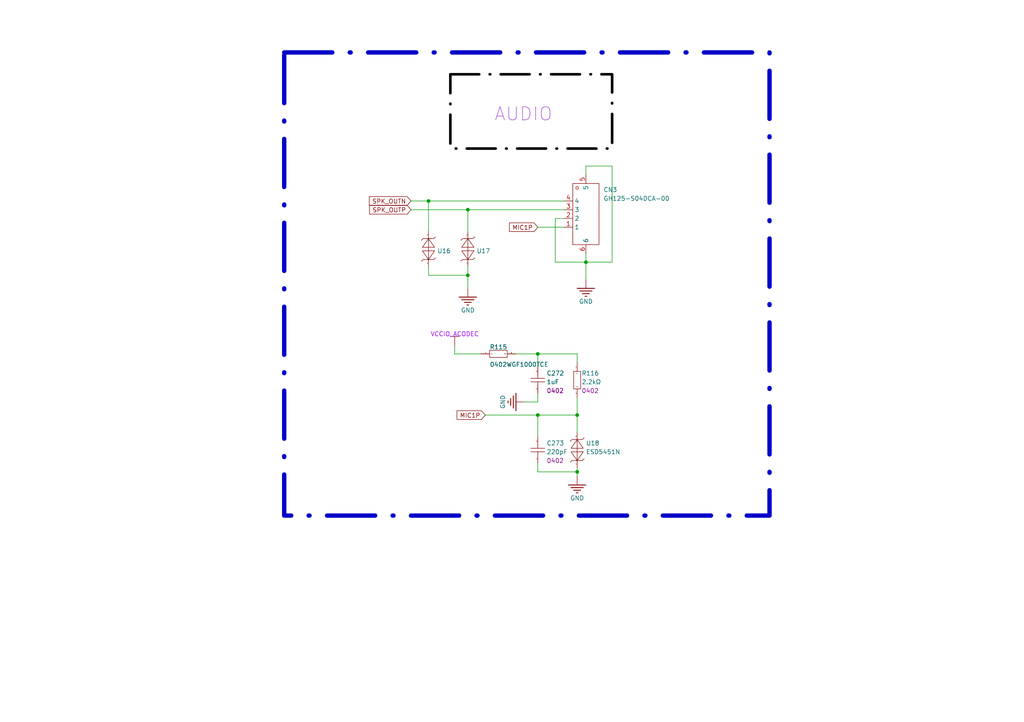
<source format=kicad_sch>
(kicad_sch (version 20250114) (generator "eeschema") (generator_version "9.0")
  (paper "User" 297.434 209.804)
  (lib_symbols
    (symbol "LCSC Taish-easyedapro:0402B221K500NT"
      (property "Reference" "C" (at 0 0 0))
      (symbol "0402B221K500NT_1_0"
        (polyline (pts (xy -1.27 0) (xy -0.508 0)))
        (polyline (pts (xy -0.508 2.032) (xy -0.508 -2.032)))
        (polyline (pts (xy 0.508 2.032) (xy 0.508 -2.032)))
        (polyline (pts (xy 0.508 0) (xy 1.27 0)))
        (pin input line (at -3.81 0 0) (length 2.54) (name "1") (number "1"))
        (pin input line (at 3.81 0 180) (length 2.54) (name "2") (number "2"))
      )
    )
    (symbol "LCSC Taish-easyedapro:0402WGF1000TCE"
      (property "Reference" "R" (at 0 0 0))
      (symbol "0402WGF1000TCE_1_0"
        (rectangle (start -2.54 -1.016) (end 2.54 1.016))
        (pin input line (at -5.08 0 0) (length 2.54) (name "1") (number "1"))
        (pin input line (at 5.08 0 180) (length 2.54) (name "2") (number "2"))
      )
    )
    (symbol "LCSC Taish-easyedapro:0402WGF2201TCE"
      (property "Reference" "R" (at 0 0 0))
      (symbol "0402WGF2201TCE_1_0"
        (rectangle (start -2.54 -1.016) (end 2.54 1.016))
        (pin input line (at -5.08 0 0) (length 2.54) (name "1") (number "1"))
        (pin input line (at 5.08 0 180) (length 2.54) (name "2") (number "2"))
      )
    )
    (symbol "LCSC Taish-easyedapro:CL05A105KP5NNNC"
      (property "Reference" "C" (at 0 0 0))
      (symbol "CL05A105KP5NNNC_1_0"
        (polyline (pts (xy -1.27 0) (xy -0.508 0)))
        (polyline (pts (xy -0.508 2.032) (xy -0.508 -2.032)))
        (polyline (pts (xy 0.508 2.032) (xy 0.508 -2.032)))
        (polyline (pts (xy 0.508 0) (xy 1.27 0)))
        (pin input line (at -3.81 0 0) (length 2.54) (name "1") (number "1"))
        (pin input line (at 3.81 0 180) (length 2.54) (name "2") (number "2"))
      )
    )
    (symbol "LCSC Taish-easyedapro:ESD5451N"
      (property "Reference" "U" (at 0 0 0))
      (symbol "ESD5451N_1_0"
        (polyline (pts (xy -3.556 2.032) (xy -3.048 1.524) (xy -3.048 1.524) (xy -3.048 -1.524) (xy -3.048 -1.524) (xy -2.54 -2.032)))
        (polyline (pts (xy -3.302 0) (xy 3.302 0)))
        (polyline (pts (xy -0.508 -1.778) (xy -3.048 0) (xy -3.048 0) (xy -0.508 1.778) (xy -0.508 1.778) (xy -0.508 -1.778)))
        (polyline (pts (xy 0.508 1.778) (xy 3.048 0) (xy 3.048 0) (xy 0.508 -1.778) (xy 0.508 -1.778) (xy 0.508 1.778)))
        (polyline (pts (xy 2.54 2.032) (xy 3.048 1.524) (xy 3.048 1.524) (xy 3.048 -1.524) (xy 3.048 -1.524) (xy 3.556 -2.032)))
        (pin input line (at -5.08 0 0) (length 2.032) (name "1") (number "1"))
        (pin input line (at 5.08 0 180) (length 2.032) (name "2") (number "2"))
      )
    )
    (symbol "LCSC Taish-easyedapro:GH125-S04DCA-00"
      (property "Reference" "CN" (at 0 0 0))
      (symbol "GH125-S04DCA-00_1_0"
        (rectangle (start -8.89 -5.08) (end 8.89 2.54))
        (circle (center 7.62 1.27) (radius 0.381))
        (pin input line (at -11.43 -1.27 0) (length 2.54) (name "6") (number "6"))
        (pin input line (at -3.81 5.08 270) (length 2.54) (name "1") (number "1"))
        (pin input line (at -1.27 5.08 270) (length 2.54) (name "2") (number "2"))
        (pin input line (at 1.27 5.08 270) (length 2.54) (name "3") (number "3"))
        (pin input line (at 3.81 5.08 270) (length 2.54) (name "4") (number "4"))
        (pin input line (at 11.43 -1.27 180) (length 2.54) (name "5") (number "5"))
      )
    )
    (symbol "LCSC Taish-easyedapro:Ground-GND" (power) (pin_numbers (hide yes)) (pin_names (hide yes))
      (symbol "Ground-GND_1_0"
        (polyline (pts (xy -2.54 -2.54) (xy 2.54 -2.54)) (stroke (width 0.254)))
        (polyline (pts (xy -1.778 -3.302) (xy 1.778 -3.302)) (stroke (width 0.254)))
        (polyline (pts (xy -1.016 -4.064) (xy 1.016 -4.064)) (stroke (width 0.254)))
        (polyline (pts (xy -0.254 -4.826) (xy 0.254 -4.826)) (stroke (width 0.254)))
        (pin power_in line (at 0 0 270) (length 2.54) (name "GND") (number "1"))
      )
    )
    (symbol "LCSC Taish-easyedapro:Power-VCC" (power) (pin_numbers (hide yes)) (pin_names (hide yes))
      (symbol "Power-VCC_1_0"
        (polyline (pts (xy -1.27 2.54) (xy 1.27 2.54)))
        (polyline (pts (xy 0 2.54) (xy 0 1.27)))
        (pin power_in line (at 0 0 90) (length 1.27) (name "VCCIO_ACODEC") (number "1"))
      )
    )
  )
  (rectangle (start 130.81 21.59) (end 177.8 43.18) (stroke (width 0.762) (type dash_dot) (color 0 0 0 1)))
  (rectangle (start 82.55 15.24) (end 223.52 149.86) (stroke (width 1.27) (type dash_dot)))
  (text "AUDIO" (at 143.51 35.56 0) (effects (font (size 3.81 3.81)) (justify left bottom)))
  (junction (at 135.89 80.01))
  (junction (at 156.21 102.87))
  (junction (at 170.18 76.2))
  (junction (at 167.64 120.65))
  (junction (at 135.89 60.96))
  (junction (at 124.46 58.42))
  (junction (at 167.64 137.16))
  (junction (at 156.21 120.65))
  (wire (pts (xy 156.21 116.84) (xy 156.21 114.3)))
  (wire (pts (xy 170.18 48.26) (xy 177.8 48.26)))
  (wire (pts (xy 161.29 76.2) (xy 170.18 76.2)))
  (wire (pts (xy 163.83 58.42) (xy 124.46 58.42)))
  (wire (pts (xy 170.18 76.2) (xy 170.18 73.66)))
  (wire (pts (xy 156.21 127) (xy 156.21 120.65)))
  (wire (pts (xy 170.18 81.28) (xy 170.18 76.2)))
  (wire (pts (xy 124.46 77.47) (xy 124.46 80.01)))
  (wire (pts (xy 156.21 120.65) (xy 167.64 120.65)))
  (wire (pts (xy 124.46 58.42) (xy 124.46 67.31)))
  (wire (pts (xy 163.83 63.5) (xy 161.29 63.5)))
  (wire (pts (xy 156.21 137.16) (xy 156.21 134.62)))
  (wire (pts (xy 135.89 67.31) (xy 135.89 60.96)))
  (wire (pts (xy 167.64 138.43) (xy 167.64 137.16)))
  (wire (pts (xy 132.08 102.87) (xy 132.08 100.33)))
  (wire (pts (xy 135.89 80.01) (xy 124.46 80.01)))
  (wire (pts (xy 167.64 125.73) (xy 167.64 120.65)))
  (wire (pts (xy 167.64 102.87) (xy 167.64 105.41)))
  (wire (pts (xy 156.21 102.87) (xy 156.21 106.68)))
  (wire (pts (xy 149.86 102.87) (xy 156.21 102.87)))
  (wire (pts (xy 139.7 102.87) (xy 132.08 102.87)))
  (wire (pts (xy 119.38 58.42) (xy 124.46 58.42)))
  (wire (pts (xy 140.97 120.65) (xy 156.21 120.65)))
  (wire (pts (xy 161.29 63.5) (xy 161.29 76.2)))
  (wire (pts (xy 119.38 60.96) (xy 135.89 60.96)))
  (wire (pts (xy 170.18 50.8) (xy 170.18 48.26)))
  (wire (pts (xy 177.8 76.2) (xy 170.18 76.2)))
  (wire (pts (xy 167.64 102.87) (xy 156.21 102.87)))
  (wire (pts (xy 156.21 116.84) (xy 152.4 116.84)))
  (wire (pts (xy 177.8 48.26) (xy 177.8 76.2)))
  (wire (pts (xy 135.89 60.96) (xy 163.83 60.96)))
  (wire (pts (xy 156.21 66.04) (xy 163.83 66.04)))
  (wire (pts (xy 167.64 137.16) (xy 156.21 137.16)))
  (wire (pts (xy 135.89 80.01) (xy 135.89 83.82)))
  (wire (pts (xy 167.64 120.65) (xy 167.64 115.57)))
  (wire (pts (xy 135.89 77.47) (xy 135.89 80.01)))
  (wire (pts (xy 167.64 137.16) (xy 167.64 135.89)))
  (global_label "SPK_OUTP" (shape input) (at 119.38 60.96 180) (property "Intersheetrefs" "${INTERSHEET_REFS}" (effects (hide yes))))
  (global_label "MIC1P" (shape input) (at 156.21 66.04 180) (property "Intersheetrefs" "${INTERSHEET_REFS}" (effects (hide yes))))
  (global_label "MIC1P" (shape input) (at 140.97 120.65 180) (property "Intersheetrefs" "${INTERSHEET_REFS}" (effects (hide yes))))
  (global_label "SPK_OUTN" (shape input) (at 119.38 58.42 180) (property "Intersheetrefs" "${INTERSHEET_REFS}" (effects (hide yes))))
  (symbol (lib_id "LCSC Taish-easyedapro:0402WGF2201TCE") (at 167.64 110.49 90) (unit 1)
    (property "Reference" "R116" (at 168.91 109.22 90) (effects (justify right top)))
    (property "Value" "2.2kΩ" (at 168.91 111.76 90) (effects (justify right top)))
    (property "Footprint" "LCSC Taish-easyedapro:R0402" (effects (hide yes)))
    (property "Datasheet" "https://atta.szlcsc.com/upload/public/pdf/source/20200306/C422600_1E6D84923E4A46A82E41ADD87F860B5C.pdf" (effects (hide yes)))
    (property "Description" "电阻类型:厚膜电阻;阻值:2.2kΩ;精度:±1%;功率:62.5mW;" (effects (hide yes)))
    (property "Manufacturer Part" "0402WGF2201TCE" (effects (hide yes)))
    (property "Manufacturer" "UNI-ROYAL(厚声)" (effects (hide yes)))
    (property "Supplier Part" "C25879" (effects (hide yes)))
    (property "Supplier" "LCSC" (effects (hide yes)))
    (property "LCSC Part Name" "2.2kΩ ±1% 62.5mW" (effects (hide yes)))
    (property "Supplier Footprint" "0402" (at 168.91 114.3 90) (effects (justify right top)))
  )
  (symbol (lib_id "LCSC Taish-easyedapro:0402B221K500NT") (at 156.21 130.81 90) (unit 1)
    (property "Reference" "C273" (at 158.75 129.54 90) (effects (justify right top)))
    (property "Value" "220pF" (at 158.75 132.08 90) (effects (justify right top)))
    (property "Footprint" "Capacitor_SMD:C_0402_1005Metric" (effects (hide yes)))
    (property "Datasheet" "https://atta.szlcsc.com/upload/public/pdf/source/20170923/C1530_1506149257934988337.pdf" (effects (hide yes)))
    (property "Description" "容值:220pF;精度:±10%;额定电压:50V;材质(温度系数):X7R;" (effects (hide yes)))
    (property "Manufacturer Part" "0402B221K500NT" (effects (hide yes)))
    (property "Manufacturer" "FH(风华)" (effects (hide yes)))
    (property "Supplier Part" "C1530" (effects (hide yes)))
    (property "Supplier" "LCSC" (effects (hide yes)))
    (property "LCSC Part Name" "220pF ±10% 50V" (effects (hide yes)))
    (property "Supplier Footprint" "0402" (at 158.75 134.62 90) (effects (justify right top)))
  )
  (symbol (lib_id "LCSC Taish-easyedapro:Ground-GND") (at 167.64 138.43 0) (unit 1)
    (property "Reference" "#PWR0495" (effects (hide yes)))
    (property "Value" "GND" (at 167.64 144.78 0))
    (property "Footprint" "LCSC Taish-easyedapro:" (effects (hide yes)))
  )
  (symbol (lib_id "LCSC Taish-easyedapro:Ground-GND") (at 170.18 81.28 0) (unit 1)
    (property "Reference" "#PWR0498" (effects (hide yes)))
    (property "Value" "GND" (at 170.18 87.63 0))
    (property "Footprint" "LCSC Taish-easyedapro:" (effects (hide yes)))
  )
  (symbol (lib_id "LCSC Taish-easyedapro:ESD5451N") (at 167.64 130.81 90) (unit 1)
    (property "Reference" "U18" (at 170.18 129.54 90) (effects (justify right top)))
    (property "Value" "ESD5451N" (at 170.18 132.08 90) (effects (justify right top)))
    (property "Footprint" "LCSC Taish-easyedapro:DFN1006-2L-BI" (effects (hide yes)))
    (property "Datasheet" "https://atta.szlcsc.com/upload/public/pdf/source/20220331/3595E574D5158DE45C86FCFF68A3C338.pdf" (effects (hide yes)))
    (property "Manufacturer Part" "ESD5451N" (effects (hide yes)))
    (property "Manufacturer" "UMW(广东友台半导体)" (effects (hide yes)))
    (property "Supplier Part" "C2987696" (effects (hide yes)))
    (property "Supplier" "LCSC" (effects (hide yes)))
    (property "LCSC Part Name" "ESD5451N" (effects (hide yes)))
  )
  (symbol (lib_id "LCSC Taish-easyedapro:Ground-GND") (at 152.4 116.84 270) (unit 1)
    (property "Reference" "#PWR0497" (effects (hide yes)))
    (property "Value" "GND" (at 146.05 116.84 0))
    (property "Footprint" "LCSC Taish-easyedapro:" (effects (hide yes)))
  )
  (symbol (lib_id "LCSC Taish-easyedapro:ESD5451N") (at 135.89 72.39 90) (unit 1)
    (property "Reference" "U17" (at 138.43 73.66 90) (effects (justify right top)))
    (property "Value" "ESD5451N" (effects (hide yes)))
    (property "Footprint" "LCSC Taish-easyedapro:DFN1006-2L-BI" (effects (hide yes)))
    (property "Datasheet" "https://atta.szlcsc.com/upload/public/pdf/source/20220331/3595E574D5158DE45C86FCFF68A3C338.pdf" (effects (hide yes)))
    (property "Manufacturer Part" "ESD5451N" (effects (hide yes)))
    (property "Manufacturer" "UMW(广东友台半导体)" (effects (hide yes)))
    (property "Supplier Part" "C2987696" (effects (hide yes)))
    (property "Supplier" "LCSC" (effects (hide yes)))
    (property "LCSC Part Name" "ESD5451N" (effects (hide yes)))
  )
  (symbol (lib_id "LCSC Taish-easyedapro:GH125-S04DCA-00") (at 168.91 62.23 90) (unit 1)
    (property "Reference" "CN3" (at 175.26 55.88 90) (effects (justify right top)))
    (property "Value" "GH125-S04DCA-00" (at 175.26 58.42 90) (effects (justify right top)))
    (property "Footprint" "LCSC Taish-easyedapro:CONN-SMD_4P-P1.27_GH125-S04DCA-00" (effects (hide yes)))
    (property "Datasheet" "https://atta.szlcsc.com/upload/public/pdf/source/20210818/CD11791E5ED3EDF45A7009E9C8A2BD4C.pdf" (effects (hide yes)))
    (property "Description" "参考系列:-;间距:1.25mm;插针结构:1x4P;排数:1;每排PIN数:4;行距:-;公母:公型插针;安装方式:卧贴;额定电流:1A;工作温度范围:-25°C~+85°C;" (effects (hide yes)))
    (property "Manufacturer Part" "GH125-S04DCA-00" (effects (hide yes)))
    (property "Manufacturer" "JS(钜硕电子)" (effects (hide yes)))
    (property "Supplier Part" "C2886767" (effects (hide yes)))
    (property "Supplier" "LCSC" (effects (hide yes)))
    (property "LCSC Part Name" "GH1.25卧式贴片 带扣" (effects (hide yes)))
  )
  (symbol (lib_id "LCSC Taish-easyedapro:0402WGF1000TCE") (at 144.78 102.87 0) (unit 1)
    (property "Reference" "R115" (at 142.24 101.6 0) (effects (justify left bottom)))
    (property "Value" "0402WGF1000TCE" (at 142.24 106.68 0) (effects (justify left bottom)))
    (property "Footprint" "LCSC Taish-easyedapro:R0402" (effects (hide yes)))
    (property "Datasheet" "https://atta.szlcsc.com/upload/public/pdf/source/20170920/C25076_1505901197574982707.pdf" (effects (hide yes)))
    (property "Manufacturer Part" "0402WGF1000TCE" (effects (hide yes)))
    (property "Manufacturer" "UNI-ROYAL(厚声)" (effects (hide yes)))
    (property "Supplier Part" "C25076" (effects (hide yes)))
    (property "Supplier" "LCSC" (effects (hide yes)))
    (property "LCSC Part Name" "100Ω(1000) ±1% 编带" (effects (hide yes)))
  )
  (symbol (lib_id "LCSC Taish-easyedapro:CL05A105KP5NNNC") (at 156.21 110.49 90) (unit 1)
    (property "Reference" "C272" (at 158.75 109.22 90) (effects (justify right top)))
    (property "Value" "1uF" (at 158.75 111.76 90) (effects (justify right top)))
    (property "Footprint" "Capacitor_SMD:C_0402_1005Metric" (effects (hide yes)))
    (property "Datasheet" "https://atta.szlcsc.com/upload/public/pdf/source/20160103/1457707670698.pdf" (effects (hide yes)))
    (property "Description" "容值:1uF;精度:±10%;额定电压:10V;材质(温度系数):X5R;" (effects (hide yes)))
    (property "Manufacturer Part" "CL05A105KP5NNNC" (effects (hide yes)))
    (property "Manufacturer" "SAMSUNG(三星)" (effects (hide yes)))
    (property "Supplier Part" "C14445" (effects (hide yes)))
    (property "Supplier" "LCSC" (effects (hide yes)))
    (property "LCSC Part Name" "1uF ±10% 10V" (effects (hide yes)))
    (property "Supplier Footprint" "0402" (at 158.75 114.3 90) (effects (justify right top)))
  )
  (symbol (lib_id "LCSC Taish-easyedapro:Power-VCC") (at 132.08 100.33 0) (unit 1)
    (property "Reference" "#PWR0496" (effects (hide yes)))
    (property "Value" "VCCIO_ACODEC" (at 132.08 97.79 0) (effects (justify bottom)))
    (property "Footprint" "LCSC Taish-easyedapro:" (effects (hide yes)))
  )
  (symbol (lib_id "LCSC Taish-easyedapro:Ground-GND") (at 135.89 83.82 0) (unit 1)
    (property "Reference" "#PWR0494" (effects (hide yes)))
    (property "Value" "GND" (at 135.89 90.17 0))
    (property "Footprint" "LCSC Taish-easyedapro:" (effects (hide yes)))
  )
  (symbol (lib_id "LCSC Taish-easyedapro:ESD5451N") (at 124.46 72.39 90) (unit 1)
    (property "Reference" "U16" (at 127 73.66 90) (effects (justify right top)))
    (property "Value" "ESD5451N" (effects (hide yes)))
    (property "Footprint" "LCSC Taish-easyedapro:DFN1006-2L-BI" (effects (hide yes)))
    (property "Datasheet" "https://atta.szlcsc.com/upload/public/pdf/source/20220331/3595E574D5158DE45C86FCFF68A3C338.pdf" (effects (hide yes)))
    (property "Manufacturer Part" "ESD5451N" (effects (hide yes)))
    (property "Manufacturer" "UMW(广东友台半导体)" (effects (hide yes)))
    (property "Supplier Part" "C2987696" (effects (hide yes)))
    (property "Supplier" "LCSC" (effects (hide yes)))
    (property "LCSC Part Name" "ESD5451N" (effects (hide yes)))
  )
)
</source>
